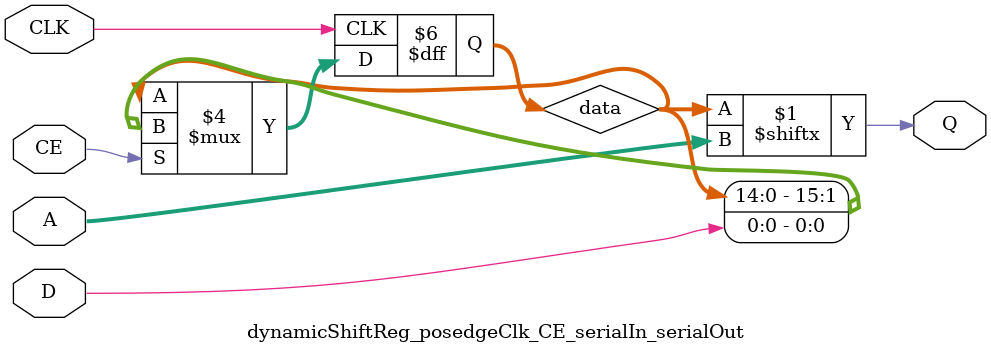
<source format=v>
`timescale 1ns / 1ps

module dynamicShiftReg_posedgeClk_CE_serialIn_serialOut(
    output Q,
    input CE,
    input CLK,
    input D,
    input [3:0] A
    );
	 
	 reg [15:0] data;
	 assign Q = data[A];
	 
	 always @ (posedge CLK) begin
		if (CE == 1'b1)
			data <= {data[14:0], D};
	 end
endmodule

</source>
